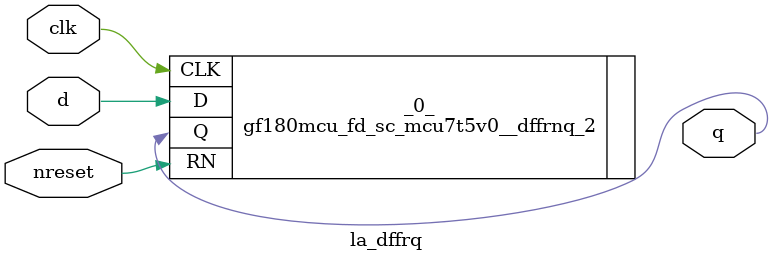
<source format=v>

/* Generated by Yosys 0.44 (git sha1 80ba43d26, g++ 11.4.0-1ubuntu1~22.04 -fPIC -O3) */

(* top =  1  *)
(* src = "generated" *)
module la_dffrq (
    d,
    clk,
    nreset,
    q
);
  (* src = "generated" *)
  input clk;
  wire clk;
  (* src = "generated" *)
  input d;
  wire d;
  (* src = "generated" *)
  input nreset;
  wire nreset;
  (* src = "generated" *)
  output q;
  wire q;
  (* src = "generated" *)
  gf180mcu_fd_sc_mcu7t5v0__dffrnq_2 _0_ (
      .CLK(clk),
      .D  (d),
      .Q  (q),
      .RN (nreset)
  );
endmodule

</source>
